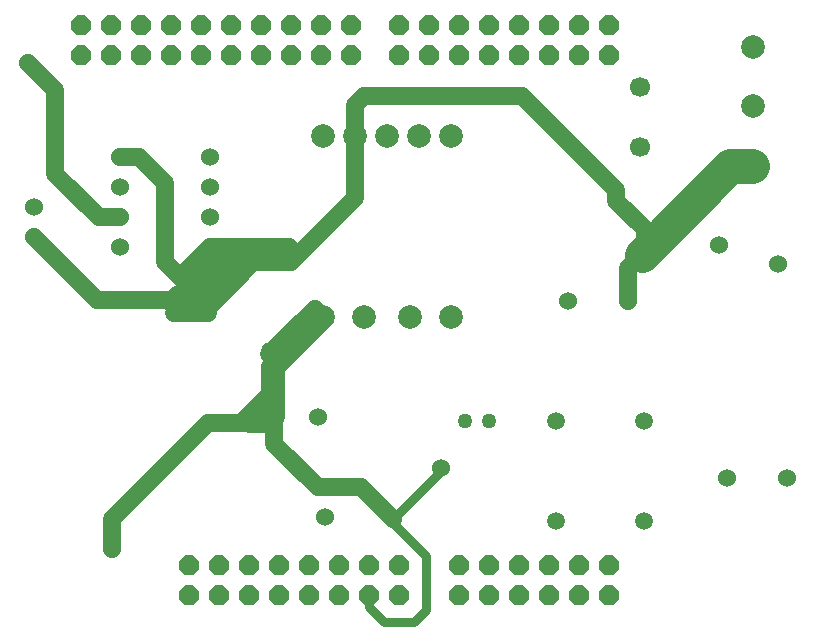
<source format=gbr>
%FSLAX23Y23*%
%MOIN*%
G04 EasyPC Gerber Version 17.0 Build 3379 *
%AMT24*0 Octagon Pad at angle 0*4,1,8,-0.01367,-0.03300,0.01367,-0.03300,0.03300,-0.01367,0.03300,0.01367,0.01367,0.03300,-0.01367,0.03300,-0.03300,0.01367,-0.03300,-0.01367,-0.01367,-0.03300,0*%
%ADD24T24*%
%ADD22C,0.02953*%
%ADD86C,0.05000*%
%ADD83C,0.05000*%
%ADD126C,0.05512*%
%ADD20C,0.05906*%
%ADD73C,0.05906*%
%ADD23C,0.06000*%
%ADD25C,0.06000*%
%ADD29C,0.06000*%
%ADD28C,0.06693*%
%ADD85C,0.07874*%
%ADD27C,0.07874*%
%ADD70C,0.11811*%
X0Y0D02*
D02*
D70*
X2511Y1345D02*
X2806Y1640D01*
X2878*
D02*
D20*
X486Y1405D02*
X696Y1195D01*
X1006*
X1026Y1215*
X746Y365D02*
Y465D01*
X1066Y785*
X1201*
X1206Y780*
X1256*
X1281Y805*
X771Y1470D02*
X701D01*
X556Y1615*
Y1895*
X466Y1985*
X771Y1670D02*
X836D01*
X921Y1585*
Y1320*
X971Y1270*
X1071Y1370*
X1061Y1180D02*
X946D01*
X1066Y1150D02*
X951D01*
X1076Y1210D02*
X961D01*
X1256Y1330D02*
X1061D01*
Y1305*
X1031Y1275*
X1041*
X1076Y1240*
X1131Y1295*
X1076*
Y1360*
X1086Y1370*
X1336*
X1341Y1365*
X1281Y890D02*
X1174Y783D01*
X1281Y1005D02*
Y895D01*
X1421Y1165D02*
X1269Y1013D01*
X1456Y570D02*
X1431D01*
X1286Y715*
Y800*
X1281Y805*
X1456Y570D02*
X1576D01*
X1681Y465*
X1554Y1742D02*
Y1843D01*
X1586Y1875*
X2111*
X2426Y1560*
Y1525*
X2521Y1430*
Y1355*
X2511Y1345*
X1554Y1742D02*
Y1533D01*
X1341Y1320*
X1216*
X1081Y1185*
X1056*
X971Y1270*
X2466Y1190D02*
Y1300D01*
X2511Y1345*
X2878Y1640D02*
X2881Y1643D01*
D02*
D22*
X1681Y465D02*
Y450D01*
X1791Y340*
Y160*
X1751Y120*
X1651*
X1601Y170*
Y210*
X1841Y635D02*
Y625D01*
X1681Y465*
D02*
D23*
X466Y1985D03*
X746Y365D03*
X981Y1160D03*
X1026Y1215D03*
X1056Y1150D03*
X1681Y465D03*
X1841Y635D03*
D02*
D24*
X641Y2010D03*
Y2110D03*
X741Y2010D03*
Y2110D03*
X841Y2010D03*
Y2110D03*
X941Y2010D03*
Y2110D03*
X1001Y210D03*
Y310D03*
X1041Y2010D03*
Y2110D03*
X1101Y210D03*
Y310D03*
X1141Y2010D03*
Y2110D03*
X1201Y210D03*
Y310D03*
X1241Y2010D03*
Y2110D03*
X1301Y210D03*
Y310D03*
X1341Y2010D03*
Y2110D03*
X1401Y210D03*
Y310D03*
X1441Y2010D03*
Y2110D03*
X1501Y210D03*
Y310D03*
X1541Y2010D03*
Y2110D03*
X1601Y210D03*
Y310D03*
X1701Y210D03*
Y310D03*
Y2010D03*
Y2110D03*
X1801Y2010D03*
Y2110D03*
X1901Y210D03*
Y310D03*
Y2010D03*
Y2110D03*
X2001Y210D03*
Y310D03*
Y2010D03*
Y2110D03*
X2101Y210D03*
Y310D03*
Y2010D03*
Y2110D03*
X2201Y210D03*
Y310D03*
Y2010D03*
Y2110D03*
X2301Y210D03*
Y310D03*
Y2010D03*
Y2110D03*
X2401Y210D03*
Y310D03*
Y2010D03*
Y2110D03*
D02*
D25*
X771Y1370D03*
Y1470D03*
Y1570D03*
Y1670D03*
X1071Y1370D03*
Y1470D03*
Y1570D03*
Y1670D03*
X2768Y1376D03*
X2965Y1313D03*
D02*
D27*
X1447Y1138D03*
Y1742D03*
X1554D03*
X1584Y1138D03*
X1661Y1742D03*
X1738Y1138D03*
X1768Y1742D03*
X1875Y1138D03*
Y1742D03*
X2881Y1643D03*
Y1840D03*
Y2037D03*
D02*
D28*
X2506Y1705D03*
Y1905D03*
D02*
D29*
X486Y1405D03*
Y1505D03*
X1281Y805D03*
X1431D03*
X1456Y470D03*
Y570D03*
X2266Y1190D03*
X2466D03*
X2796Y600D03*
X2996D03*
D02*
D73*
X2224Y458D03*
Y792D03*
X2519Y458D03*
Y792D03*
D02*
D83*
X1922Y790D03*
X2001D03*
D02*
D85*
X1281Y805D02*
Y972D01*
X1443Y1134*
X1447Y1138*
D02*
D86*
X1271Y1027D02*
X1337D01*
X1443Y1134*
X1271Y1027D02*
X1337D01*
X1447Y1138*
D02*
D126*
X1271Y1027D03*
Y1323D03*
X0Y0D02*
M02*

</source>
